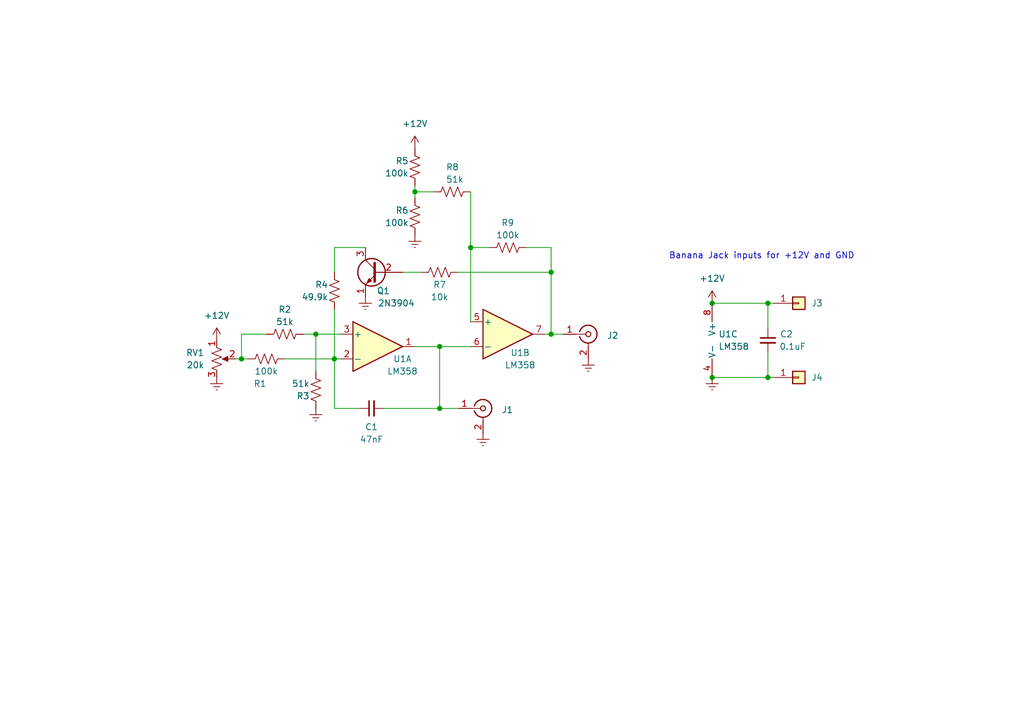
<source format=kicad_sch>
(kicad_sch (version 20211123) (generator eeschema)
  (paper "A5")
  (title_block (title "LM358 VCO") (date "2023-06-21") (company "Newell Jensen"))
  (lib_symbols
    (symbol "Amplifier_Operational:LM358" (pin_names (offset 0.127))
      (property "Reference" "U" (at 0 5.08 0))
      (property "Value" "LM358" (at 0 -5.08 0))
      (symbol "LM358_1_1"
        (polyline (pts (xy -5.08 5.08) (xy 5.08 0) (xy -5.08 -5.08) (xy -5.08 5.08)) (stroke (width 0.254)) (fill (type background)))
        (pin output line (at 7.62 0 180) (length 2.54) (name "~") (number "1"))
        (pin input line (at -7.62 -2.54 0) (length 2.54) (name "-") (number "2"))
        (pin input line (at -7.62 2.54 0) (length 2.54) (name "+") (number "3"))
      )
      (symbol "LM358_2_1"
        (polyline (pts (xy -5.08 5.08) (xy 5.08 0) (xy -5.08 -5.08) (xy -5.08 5.08)) (stroke (width 0.254)) (fill (type background)))
        (pin input line (at -7.62 2.54 0) (length 2.54) (name "+") (number "5"))
        (pin input line (at -7.62 -2.54 0) (length 2.54) (name "-") (number "6"))
        (pin output line (at 7.62 0 180) (length 2.54) (name "~") (number "7"))
      )
      (symbol "LM358_3_1"
        (pin power_in line (at -2.54 -7.62 90) (length 3.81) (name "V-") (number "4"))
        (pin power_in line (at -2.54 7.62 270) (length 3.81) (name "V+") (number "8"))
      )
    )
    (symbol "Connector:Conn_Coaxial" (pin_names (offset 1.016) hide)
      (property "Reference" "J" (at 0.254 3.048 0))
      (property "Value" "Conn_Coaxial" (at 2.921 0 90))
      (symbol "Conn_Coaxial_0_1"
        (arc (start -1.778 -0.508) (mid 0.2311 -1.8066) (end 1.778 0) (stroke (width 0.254)))
        (polyline (pts (xy -2.54 0) (xy -0.508 0)))
        (polyline (pts (xy 0 -2.54) (xy 0 -1.778)))
        (circle (center 0 0) (radius 0.508) (stroke (width 0.2032)))
        (arc (start 1.778 0) (mid 0.2099 1.8101) (end -1.778 0.508) (stroke (width 0.254)))
      )
      (symbol "Conn_Coaxial_1_1"
        (pin passive line (at -5.08 0 0) (length 2.54) (name "In") (number "1"))
        (pin passive line (at 0 -5.08 90) (length 2.54) (name "Ext") (number "2"))
      )
    )
    (symbol "Connector_Generic:Conn_01x01" (pin_names (offset 1.016) hide)
      (property "Reference" "J" (at 0 2.54 0))
      (property "Value" "Conn_01x01" (at 0 -2.54 0))
      (symbol "Conn_01x01_1_1"
        (rectangle (start -1.27 0.127) (end 0 -0.127) (stroke (width 0.1524)))
        (rectangle (start -1.27 1.27) (end 1.27 -1.27) (stroke (width 0.254)) (fill (type background)))
        (pin passive line (at -5.08 0 0) (length 3.81) (name "Pin_1") (number "1"))
      )
    )
    (symbol "Device:C_Small" (pin_numbers hide) (pin_names (offset 0.254) hide)
      (property "Reference" "C" (at 0.254 1.778 0))
      (property "Value" "C_Small" (at 0.254 -2.032 0))
      (symbol "C_Small_0_1"
        (polyline (pts (xy -1.524 -0.508) (xy 1.524 -0.508)) (stroke (width 0.3302)))
        (polyline (pts (xy -1.524 0.508) (xy 1.524 0.508)) (stroke (width 0.3048)))
      )
      (symbol "C_Small_1_1"
        (pin passive line (at 0 2.54 270) (length 2.032) (name "~") (number "1"))
        (pin passive line (at 0 -2.54 90) (length 2.032) (name "~") (number "2"))
      )
    )
    (symbol "Device:R_Potentiometer_US" (pin_names (offset 1.016) hide)
      (property "Reference" "RV" (at -4.445 0 90))
      (property "Value" "R_Potentiometer_US" (at -2.54 0 90))
      (symbol "R_Potentiometer_US_0_1"
        (polyline (pts (xy 0 -2.286) (xy 0 -2.54)))
        (polyline (pts (xy 0 2.54) (xy 0 2.286)))
        (polyline (pts (xy 2.54 0) (xy 1.524 0)))
        (polyline (pts (xy 1.143 0) (xy 2.286 0.508) (xy 2.286 -0.508) (xy 1.143 0)) (fill (type outline)))
        (polyline (pts (xy 0 -0.762) (xy 1.016 -1.143) (xy 0 -1.524) (xy -1.016 -1.905) (xy 0 -2.286)))
        (polyline (pts (xy 0 0.762) (xy 1.016 0.381) (xy 0 0) (xy -1.016 -0.381) (xy 0 -0.762)))
        (polyline (pts (xy 0 2.286) (xy 1.016 1.905) (xy 0 1.524) (xy -1.016 1.143) (xy 0 0.762)))
      )
      (symbol "R_Potentiometer_US_1_1"
        (pin passive line (at 0 3.81 270) (length 1.27) (name "1") (number "1"))
        (pin passive line (at 3.81 0 180) (length 1.27) (name "2") (number "2"))
        (pin passive line (at 0 -3.81 90) (length 1.27) (name "3") (number "3"))
      )
    )
    (symbol "Device:R_US" (pin_numbers hide) (pin_names (offset 0))
      (property "Reference" "R" (at 2.54 0 90))
      (property "Value" "R_US" (at -2.54 0 90))
      (symbol "R_US_0_1"
        (polyline (pts (xy 0 -2.286) (xy 0 -2.54)))
        (polyline (pts (xy 0 2.286) (xy 0 2.54)))
        (polyline (pts (xy 0 -0.762) (xy 1.016 -1.143) (xy 0 -1.524) (xy -1.016 -1.905) (xy 0 -2.286)))
        (polyline (pts (xy 0 0.762) (xy 1.016 0.381) (xy 0 0) (xy -1.016 -0.381) (xy 0 -0.762)))
        (polyline (pts (xy 0 2.286) (xy 1.016 1.905) (xy 0 1.524) (xy -1.016 1.143) (xy 0 0.762)))
      )
      (symbol "R_US_1_1"
        (pin passive line (at 0 3.81 270) (length 1.27) (name "~") (number "1"))
        (pin passive line (at 0 -3.81 90) (length 1.27) (name "~") (number "2"))
      )
    )
    (symbol "Transistor_BJT:2N3904" (pin_names (offset 0) hide)
      (property "Reference" "Q" (at 5.08 1.905 0))
      (property "Value" "2N3904" (at 5.08 0 0))
      (symbol "2N3904_0_1"
        (polyline (pts (xy 0.635 0.635) (xy 2.54 2.54)))
        (polyline (pts (xy 0.635 -0.635) (xy 2.54 -2.54) (xy 2.54 -2.54)))
        (polyline (pts (xy 0.635 1.905) (xy 0.635 -1.905) (xy 0.635 -1.905)) (stroke (width 0.508)))
        (polyline (pts (xy 1.27 -1.778) (xy 1.778 -1.27) (xy 2.286 -2.286) (xy 1.27 -1.778) (xy 1.27 -1.778)) (fill (type outline)))
        (circle (center 1.27 0) (radius 2.8194) (stroke (width 0.254)))
      )
      (symbol "2N3904_1_1"
        (pin passive line (at 2.54 -5.08 90) (length 2.54) (name "E") (number "1"))
        (pin passive line (at -5.08 0 0) (length 5.715) (name "B") (number "2"))
        (pin passive line (at 2.54 5.08 270) (length 2.54) (name "C") (number "3"))
      )
    )
    (symbol "power:+12V" (power) (pin_names (offset 0))
      (property "Value" "+12V" (at 0 3.556 0))
      (symbol "+12V_0_1"
        (polyline (pts (xy -0.762 1.27) (xy 0 2.54)))
        (polyline (pts (xy 0 0) (xy 0 2.54)))
        (polyline (pts (xy 0 2.54) (xy 0.762 1.27)))
      )
      (symbol "+12V_1_1"
        (pin power_in line (at 0 0 90) (length 0) hide (name "+12V") (number "1"))
      )
    )
    (symbol "power:GNDREF" (power) (pin_names (offset 0))
      (property "Value" "GNDREF" (at 0 -3.81 0))
      (symbol "GNDREF_0_1"
        (polyline (pts (xy -0.635 -1.905) (xy 0.635 -1.905)))
        (polyline (pts (xy -0.127 -2.54) (xy 0.127 -2.54)))
        (polyline (pts (xy 0 -1.27) (xy 0 0)))
        (polyline (pts (xy 1.27 -1.27) (xy -1.27 -1.27)))
      )
      (symbol "GNDREF_1_1"
        (pin power_in line (at 0 0 270) (length 0) hide (name "GNDREF") (number "1"))
      )
    )
  )
  (junction (at 90.17 83.82))
  (junction (at 64.77 68.58))
  (junction (at 85.09 39.37))
  (junction (at 90.17 71.12))
  (junction (at 146.05 62.23))
  (junction (at 157.48 62.23))
  (junction (at 96.52 50.8))
  (junction (at 49.53 73.66))
  (junction (at 157.48 77.47))
  (junction (at 113.03 55.88))
  (junction (at 146.05 77.47))
  (junction (at 113.03 68.58))
  (junction (at 68.58 73.66))
  (wire (pts (xy 64.77 68.58) (xy 69.85 68.58)))
  (wire (pts (xy 85.09 38.1) (xy 85.09 39.37)))
  (wire (pts (xy 157.48 62.23) (xy 157.48 67.31)))
  (wire (pts (xy 90.17 71.12) (xy 96.52 71.12)))
  (wire (pts (xy 82.55 55.88) (xy 86.36 55.88)))
  (wire (pts (xy 85.09 39.37) (xy 85.09 40.64)))
  (wire (pts (xy 113.03 55.88) (xy 113.03 68.58)))
  (wire (pts (xy 68.58 73.66) (xy 69.85 73.66)))
  (wire (pts (xy 93.98 55.88) (xy 113.03 55.88)))
  (wire (pts (xy 64.77 68.58) (xy 64.77 76.2)))
  (wire (pts (xy 74.93 50.8) (xy 68.58 50.8)))
  (wire (pts (xy 113.03 50.8) (xy 107.95 50.8)))
  (wire (pts (xy 58.42 73.66) (xy 68.58 73.66)))
  (wire (pts (xy 68.58 83.82) (xy 68.58 73.66)))
  (wire (pts (xy 54.61 68.58) (xy 49.53 68.58)))
  (wire (pts (xy 113.03 68.58) (xy 111.76 68.58)))
  (wire (pts (xy 113.03 68.58) (xy 115.57 68.58)))
  (wire (pts (xy 96.52 39.37) (xy 96.52 50.8)))
  (wire (pts (xy 146.05 77.47) (xy 157.48 77.47)))
  (wire (pts (xy 113.03 55.88) (xy 113.03 50.8)))
  (wire (pts (xy 48.26 73.66) (xy 49.53 73.66)))
  (wire (pts (xy 73.66 83.82) (xy 68.58 83.82)))
  (wire (pts (xy 96.52 50.8) (xy 96.52 66.04)))
  (wire (pts (xy 90.17 71.12) (xy 90.17 83.82)))
  (wire (pts (xy 85.09 71.12) (xy 90.17 71.12)))
  (wire (pts (xy 157.48 62.23) (xy 158.75 62.23)))
  (wire (pts (xy 157.48 77.47) (xy 158.75 77.47)))
  (wire (pts (xy 68.58 50.8) (xy 68.58 55.88)))
  (wire (pts (xy 68.58 63.5) (xy 68.58 73.66)))
  (wire (pts (xy 49.53 68.58) (xy 49.53 73.66)))
  (wire (pts (xy 85.09 39.37) (xy 88.9 39.37)))
  (wire (pts (xy 146.05 62.23) (xy 157.48 62.23)))
  (wire (pts (xy 96.52 50.8) (xy 100.33 50.8)))
  (wire (pts (xy 90.17 83.82) (xy 78.74 83.82)))
  (wire (pts (xy 157.48 72.39) (xy 157.48 77.47)))
  (wire (pts (xy 62.23 68.58) (xy 64.77 68.58)))
  (wire (pts (xy 90.17 83.82) (xy 93.98 83.82)))
  (wire (pts (xy 49.53 73.66) (xy 50.8 73.66)))
  (text "Banana Jack inputs for +12V and GND\n" (at 137.16 53.34 0) (effects (font (size 1.27 1.27)) (justify left bottom)))
  (symbol (lib_id "Connector_Generic:Conn_01x01") (at 163.83 77.47 0) (unit 1)
    (property "Reference" "J4" (at 166.37 77.4699 0) (effects (justify left)))
    (property "Value" "Conn_01x01" (effects hide))
    (property "Footprint" "Connector_Wire:SolderWire-0.25sqmm_1x01_D0.65mm_OD2mm" (effects hide))
  )
  (symbol (lib_id "Device:R_Potentiometer_US") (at 44.45 73.66 0) (unit 1)
    (property "Reference" "RV1" (at 41.91 72.3899 0) (effects (justify right)))
    (property "Value" "20k" (at 41.91 74.9299 0) (effects (justify right)))
    (property "Footprint" "Potentiometer_THT:Potentiometer_Alps_RK163_Single_Horizontal" (effects hide))
  )
  (symbol (lib_id "power:+12V") (at 44.45 69.85 0) (unit 1)
    (property "Reference" "#PWR01" (effects hide))
    (property "Value" "+12V" (at 44.45 64.77 0))
  )
  (symbol (lib_id "Device:R_US") (at 68.58 59.69 180) (unit 1)
    (property "Reference" "R4" (at 67.31 58.42 0) (effects (justify left)))
    (property "Value" "49.9k" (at 67.31 60.96 0) (effects (justify left)))
    (property "Footprint" "Resistor_SMD:R_0805_2012Metric" (effects hide))
  )
  (symbol (lib_id "power:+12V") (at 85.09 30.48 0) (unit 1)
    (property "Reference" "#PWR05" (effects hide))
    (property "Value" "+12V" (at 85.09 25.4 0))
  )
  (symbol (lib_id "power:GNDREF") (at 85.09 48.26 0) (unit 1)
    (property "Reference" "#PWR06" (effects hide))
    (property "Value" "GNDREF" (effects hide))
  )
  (symbol (lib_id "Device:R_US") (at 64.77 80.01 180) (unit 1)
    (property "Reference" "R3" (at 63.5 81.28 0) (effects (justify left)))
    (property "Value" "51k" (at 63.5 78.74 0) (effects (justify left)))
    (property "Footprint" "Resistor_SMD:R_0805_2012Metric" (effects hide))
  )
  (symbol (lib_id "Amplifier_Operational:LM358") (at 104.14 68.58 0) (unit 2)
    (property "Reference" "U1" (at 106.68 72.39 0))
    (property "Value" "LM358" (at 106.68 74.93 0))
    (property "Footprint" "Package_DIP:DIP-8_W10.16mm_LongPads" (effects hide))
    (property "Datasheet" "http://www.ti.com/lit/ds/symlink/lm2904-n.pdf" (effects hide))
  )
  (symbol (lib_id "Transistor_BJT:2N3904") (at 77.47 55.88 0) (mirror y) (unit 1)
    (property "Reference" "Q1" (at 80.01 59.69 0) (effects (justify left)))
    (property "Value" "2N3904" (at 85.09 62.23 0) (effects (justify left)))
    (property "Footprint" "Package_TO_SOT_THT:TO-92_Inline" (effects hide))
    (property "Datasheet" "https://www.onsemi.com/pub/Collateral/2N3903-D.PDF" (effects hide))
  )
  (symbol (lib_id "Connector:Conn_Coaxial") (at 99.06 83.82 0) (unit 1)
    (property "Reference" "J1" (at 102.87 84.1131 0) (effects (justify left)))
    (property "Value" "Conn_Coaxial" (effects hide))
    (property "Footprint" "Connector_Wire:SolderWire-0.25sqmm_1x02_P4.5mm_D0.65mm_OD2mm" (effects hide))
    (property "Datasheet" " ~" (effects hide))
  )
  (symbol (lib_id "power:GNDREF") (at 146.05 77.47 0) (unit 1)
    (property "Reference" "#PWR0101" (effects hide))
    (property "Value" "GNDREF" (effects hide))
  )
  (symbol (lib_id "Connector_Generic:Conn_01x01") (at 163.83 62.23 0) (unit 1)
    (property "Reference" "J3" (at 166.37 62.2299 0) (effects (justify left)))
    (property "Value" "Conn_01x01" (effects hide))
    (property "Footprint" "Connector_Wire:SolderWire-0.25sqmm_1x01_D0.65mm_OD2mm" (effects hide))
  )
  (symbol (lib_id "Device:R_US") (at 85.09 34.29 180) (unit 1)
    (property "Reference" "R5" (at 83.82 33.02 0) (effects (justify left)))
    (property "Value" "100k" (at 83.82 35.56 0) (effects (justify left)))
    (property "Footprint" "Resistor_SMD:R_0805_2012Metric" (effects hide))
  )
  (symbol (lib_id "power:GNDREF") (at 44.45 77.47 0) (unit 1)
    (property "Reference" "#PWR02" (effects hide))
    (property "Value" "GNDREF" (effects hide))
  )
  (symbol (lib_id "Device:R_US") (at 54.61 73.66 90) (unit 1)
    (property "Reference" "R1" (at 53.34 78.74 90))
    (property "Value" "100k" (at 54.61 76.2 90))
    (property "Footprint" "Resistor_SMD:R_0805_2012Metric" (effects hide))
  )
  (symbol (lib_id "Device:R_US") (at 104.14 50.8 90) (unit 1)
    (property "Reference" "R9" (at 104.14 45.72 90))
    (property "Value" "100k" (at 104.14 48.26 90))
    (property "Footprint" "Resistor_SMD:R_0805_2012Metric" (effects hide))
  )
  (symbol (lib_id "Device:R_US") (at 85.09 44.45 180) (unit 1)
    (property "Reference" "R6" (at 83.82 43.18 0) (effects (justify left)))
    (property "Value" "100k" (at 83.82 45.72 0) (effects (justify left)))
    (property "Footprint" "Resistor_SMD:R_0805_2012Metric" (effects hide))
  )
  (symbol (lib_id "Connector:Conn_Coaxial") (at 120.65 68.58 0) (unit 1)
    (property "Reference" "J2" (at 124.46 68.8731 0) (effects (justify left)))
    (property "Value" "Conn_Coaxial" (effects hide))
    (property "Footprint" "Connector_Wire:SolderWire-0.25sqmm_1x02_P4.5mm_D0.65mm_OD2mm" (effects hide))
    (property "Datasheet" " ~" (effects hide))
  )
  (symbol (lib_id "power:+12V") (at 146.05 62.23 0) (unit 1)
    (property "Reference" "#PWR0102" (effects hide))
    (property "Value" "+12V" (at 146.05 57.15 0))
  )
  (symbol (lib_id "Device:R_US") (at 90.17 55.88 90) (unit 1)
    (property "Reference" "R7" (at 90.17 58.42 90))
    (property "Value" "10k" (at 90.17 60.96 90))
    (property "Footprint" "Resistor_SMD:R_0805_2012Metric" (effects hide))
  )
  (symbol (lib_id "Device:C_Small") (at 76.2 83.82 90) (unit 1)
    (property "Reference" "C1" (at 76.2 87.63 90))
    (property "Value" "47nF" (at 76.2 90.17 90))
    (property "Footprint" "Capacitor_SMD:C_0805_2012Metric" (effects hide))
  )
  (symbol (lib_id "Device:R_US") (at 92.71 39.37 270) (unit 1)
    (property "Reference" "R8" (at 91.44 34.29 90) (effects (justify left)))
    (property "Value" "51k" (at 91.44 36.83 90) (effects (justify left)))
    (property "Footprint" "Resistor_SMD:R_0805_2012Metric" (effects hide))
  )
  (symbol (lib_id "power:GNDREF") (at 120.65 73.66 0) (unit 1)
    (property "Reference" "#PWR08" (effects hide))
    (property "Value" "GNDREF" (effects hide))
  )
  (symbol (lib_id "Device:C_Small") (at 157.48 69.85 0) (unit 1)
    (property "Reference" "C2" (at 161.29 68.58 0))
    (property "Value" "0.1uF" (at 162.56 71.12 0))
    (property "Footprint" "Capacitor_SMD:C_0805_2012Metric" (effects hide))
  )
  (symbol (lib_id "power:GNDREF") (at 64.77 83.82 0) (unit 1)
    (property "Reference" "#PWR03" (effects hide))
    (property "Value" "GNDREF" (effects hide))
  )
  (symbol (lib_id "Amplifier_Operational:LM358") (at 77.47 71.12 0) (unit 1)
    (property "Reference" "U1" (at 82.55 73.66 0))
    (property "Value" "LM358" (at 82.55 76.2 0))
    (property "Footprint" "Package_DIP:DIP-8_W10.16mm_LongPads" (effects hide))
    (property "Datasheet" "http://www.ti.com/lit/ds/symlink/lm2904-n.pdf" (effects hide))
  )
  (symbol (lib_id "power:GNDREF") (at 99.06 88.9 0) (unit 1)
    (property "Reference" "#PWR07" (effects hide))
    (property "Value" "GNDREF" (effects hide))
  )
  (symbol (lib_id "Amplifier_Operational:LM358") (at 148.59 69.85 0) (unit 3)
    (property "Reference" "U1" (at 147.32 68.5799 0) (effects (justify left)))
    (property "Value" "LM358" (at 147.32 71.1199 0) (effects (justify left)))
    (property "Footprint" "Package_DIP:DIP-8_W10.16mm_LongPads" (effects hide))
    (property "Datasheet" "http://www.ti.com/lit/ds/symlink/lm2904-n.pdf" (effects hide))
  )
  (symbol (lib_id "Device:R_US") (at 58.42 68.58 90) (unit 1)
    (property "Reference" "R2" (at 58.42 63.5 90))
    (property "Value" "51k" (at 58.42 66.04 90))
    (property "Footprint" "Resistor_SMD:R_0805_2012Metric" (effects hide))
  )
  (symbol (lib_id "power:GNDREF") (at 74.93 60.96 0) (unit 1)
    (property "Reference" "#PWR04" (effects hide))
    (property "Value" "GNDREF" (effects hide))
  )
)
</source>
